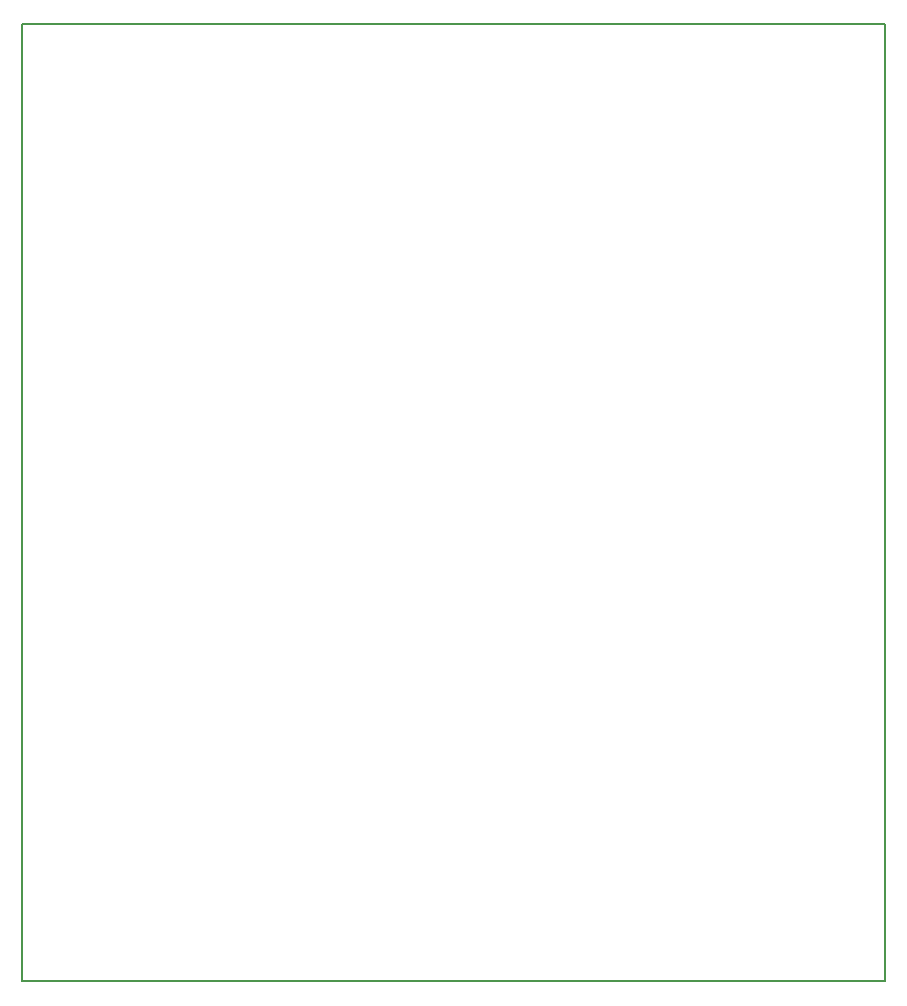
<source format=gbr>
G04 #@! TF.FileFunction,Profile,NP*
%FSLAX46Y46*%
G04 Gerber Fmt 4.6, Leading zero omitted, Abs format (unit mm)*
G04 Created by KiCad (PCBNEW 4.0.7) date 01/28/18 20:20:08*
%MOMM*%
%LPD*%
G01*
G04 APERTURE LIST*
%ADD10C,0.100000*%
%ADD11C,0.150000*%
G04 APERTURE END LIST*
D10*
D11*
X135000000Y-133000000D02*
X135000000Y-52000000D01*
X208000000Y-133000000D02*
X135000000Y-133000000D01*
X208000000Y-52000000D02*
X208000000Y-133000000D01*
X135000000Y-52000000D02*
X208000000Y-52000000D01*
M02*

</source>
